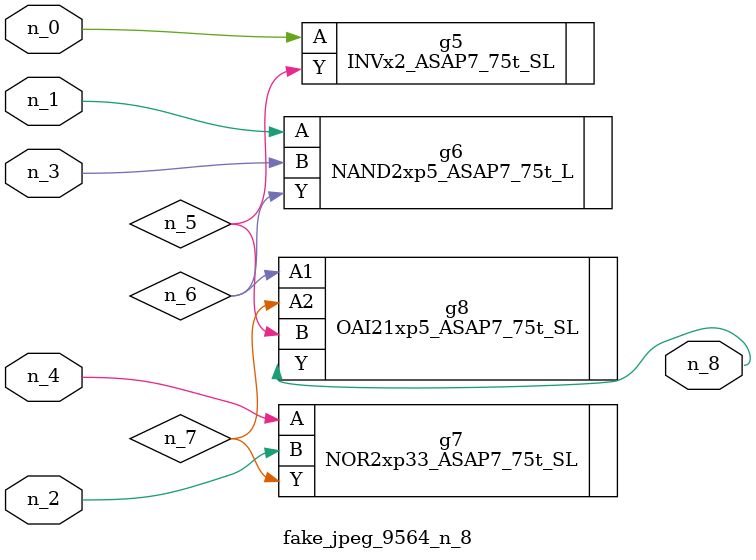
<source format=v>
module fake_jpeg_9564_n_8 (n_3, n_2, n_1, n_0, n_4, n_8);

input n_3;
input n_2;
input n_1;
input n_0;
input n_4;

output n_8;

wire n_6;
wire n_5;
wire n_7;

INVx2_ASAP7_75t_SL g5 ( 
.A(n_0),
.Y(n_5)
);

NAND2xp5_ASAP7_75t_L g6 ( 
.A(n_1),
.B(n_3),
.Y(n_6)
);

NOR2xp33_ASAP7_75t_SL g7 ( 
.A(n_4),
.B(n_2),
.Y(n_7)
);

OAI21xp5_ASAP7_75t_SL g8 ( 
.A1(n_6),
.A2(n_7),
.B(n_5),
.Y(n_8)
);


endmodule
</source>
